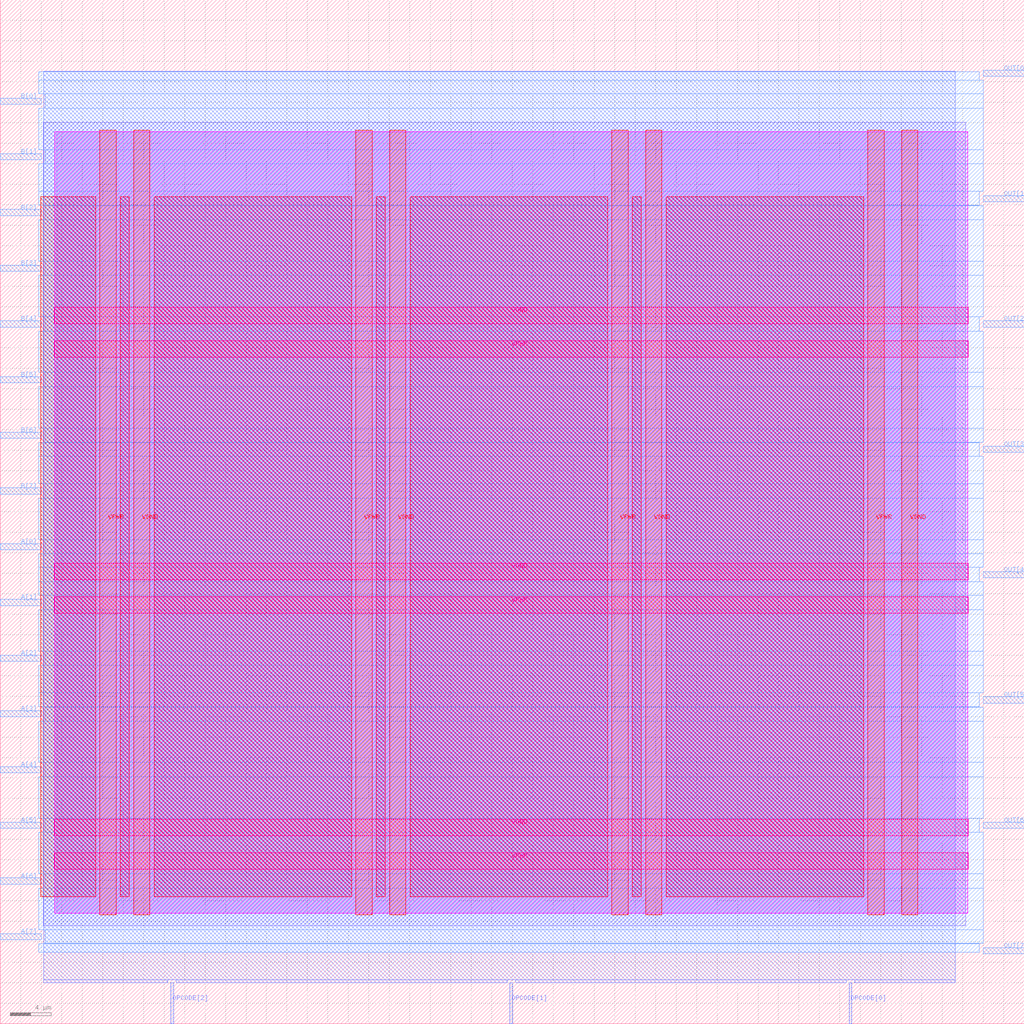
<source format=lef>
VERSION 5.7 ;
  NOWIREEXTENSIONATPIN ON ;
  DIVIDERCHAR "/" ;
  BUSBITCHARS "[]" ;
MACRO labwork2_src
  CLASS BLOCK ;
  FOREIGN labwork2_src ;
  ORIGIN 0.000 0.000 ;
  SIZE 100.000 BY 100.000 ;
  PIN A[0]
    DIRECTION INPUT ;
    USE SIGNAL ;
    ANTENNAGATEAREA 0.196500 ;
    PORT
      LAYER met3 ;
        RECT 0.000 46.280 4.000 46.880 ;
    END
  END A[0]
  PIN A[1]
    DIRECTION INPUT ;
    USE SIGNAL ;
    ANTENNAGATEAREA 0.213000 ;
    PORT
      LAYER met3 ;
        RECT 0.000 40.840 4.000 41.440 ;
    END
  END A[1]
  PIN A[2]
    DIRECTION INPUT ;
    USE SIGNAL ;
    ANTENNAGATEAREA 0.213000 ;
    PORT
      LAYER met3 ;
        RECT 0.000 35.400 4.000 36.000 ;
    END
  END A[2]
  PIN A[3]
    DIRECTION INPUT ;
    USE SIGNAL ;
    ANTENNAGATEAREA 0.159000 ;
    PORT
      LAYER met3 ;
        RECT 0.000 29.960 4.000 30.560 ;
    END
  END A[3]
  PIN A[4]
    DIRECTION INPUT ;
    USE SIGNAL ;
    ANTENNAGATEAREA 0.213000 ;
    PORT
      LAYER met3 ;
        RECT 0.000 24.520 4.000 25.120 ;
    END
  END A[4]
  PIN A[5]
    DIRECTION INPUT ;
    USE SIGNAL ;
    ANTENNAGATEAREA 0.159000 ;
    PORT
      LAYER met3 ;
        RECT 0.000 19.080 4.000 19.680 ;
    END
  END A[5]
  PIN A[6]
    DIRECTION INPUT ;
    USE SIGNAL ;
    ANTENNAGATEAREA 0.159000 ;
    PORT
      LAYER met3 ;
        RECT 0.000 13.640 4.000 14.240 ;
    END
  END A[6]
  PIN A[7]
    DIRECTION INPUT ;
    USE SIGNAL ;
    ANTENNAGATEAREA 0.159000 ;
    PORT
      LAYER met3 ;
        RECT 0.000 8.200 4.000 8.800 ;
    END
  END A[7]
  PIN B[0]
    DIRECTION INPUT ;
    USE SIGNAL ;
    ANTENNAGATEAREA 0.126000 ;
    PORT
      LAYER met3 ;
        RECT 0.000 89.800 4.000 90.400 ;
    END
  END B[0]
  PIN B[1]
    DIRECTION INPUT ;
    USE SIGNAL ;
    ANTENNAGATEAREA 0.213000 ;
    PORT
      LAYER met3 ;
        RECT 0.000 84.360 4.000 84.960 ;
    END
  END B[1]
  PIN B[2]
    DIRECTION INPUT ;
    USE SIGNAL ;
    ANTENNAGATEAREA 0.213000 ;
    PORT
      LAYER met3 ;
        RECT 0.000 78.920 4.000 79.520 ;
    END
  END B[2]
  PIN B[3]
    DIRECTION INPUT ;
    USE SIGNAL ;
    ANTENNAGATEAREA 0.213000 ;
    PORT
      LAYER met3 ;
        RECT 0.000 73.480 4.000 74.080 ;
    END
  END B[3]
  PIN B[4]
    DIRECTION INPUT ;
    USE SIGNAL ;
    ANTENNAGATEAREA 0.213000 ;
    PORT
      LAYER met3 ;
        RECT 0.000 68.040 4.000 68.640 ;
    END
  END B[4]
  PIN B[5]
    DIRECTION INPUT ;
    USE SIGNAL ;
    ANTENNAGATEAREA 0.159000 ;
    PORT
      LAYER met3 ;
        RECT 0.000 62.600 4.000 63.200 ;
    END
  END B[5]
  PIN B[6]
    DIRECTION INPUT ;
    USE SIGNAL ;
    ANTENNAGATEAREA 0.213000 ;
    PORT
      LAYER met3 ;
        RECT 0.000 57.160 4.000 57.760 ;
    END
  END B[6]
  PIN B[7]
    DIRECTION INPUT ;
    USE SIGNAL ;
    ANTENNAGATEAREA 0.213000 ;
    PORT
      LAYER met3 ;
        RECT 0.000 51.720 4.000 52.320 ;
    END
  END B[7]
  PIN OPCODE[0]
    DIRECTION INPUT ;
    USE SIGNAL ;
    ANTENNAGATEAREA 0.213000 ;
    PORT
      LAYER met2 ;
        RECT 82.890 0.000 83.170 4.000 ;
    END
  END OPCODE[0]
  PIN OPCODE[1]
    DIRECTION INPUT ;
    USE SIGNAL ;
    ANTENNAGATEAREA 0.213000 ;
    PORT
      LAYER met2 ;
        RECT 49.770 0.000 50.050 4.000 ;
    END
  END OPCODE[1]
  PIN OPCODE[2]
    DIRECTION INPUT ;
    USE SIGNAL ;
    ANTENNAGATEAREA 0.213000 ;
    PORT
      LAYER met2 ;
        RECT 16.650 0.000 16.930 4.000 ;
    END
  END OPCODE[2]
  PIN OUT[0]
    DIRECTION OUTPUT ;
    USE SIGNAL ;
    ANTENNADIFFAREA 0.445500 ;
    PORT
      LAYER met3 ;
        RECT 96.000 92.520 100.000 93.120 ;
    END
  END OUT[0]
  PIN OUT[1]
    DIRECTION OUTPUT ;
    USE SIGNAL ;
    ANTENNADIFFAREA 0.445500 ;
    PORT
      LAYER met3 ;
        RECT 96.000 80.280 100.000 80.880 ;
    END
  END OUT[1]
  PIN OUT[2]
    DIRECTION OUTPUT ;
    USE SIGNAL ;
    ANTENNADIFFAREA 0.445500 ;
    PORT
      LAYER met3 ;
        RECT 96.000 68.040 100.000 68.640 ;
    END
  END OUT[2]
  PIN OUT[3]
    DIRECTION OUTPUT ;
    USE SIGNAL ;
    ANTENNADIFFAREA 0.445500 ;
    PORT
      LAYER met3 ;
        RECT 96.000 55.800 100.000 56.400 ;
    END
  END OUT[3]
  PIN OUT[4]
    DIRECTION OUTPUT ;
    USE SIGNAL ;
    ANTENNADIFFAREA 0.445500 ;
    PORT
      LAYER met3 ;
        RECT 96.000 43.560 100.000 44.160 ;
    END
  END OUT[4]
  PIN OUT[5]
    DIRECTION OUTPUT ;
    USE SIGNAL ;
    ANTENNADIFFAREA 0.445500 ;
    PORT
      LAYER met3 ;
        RECT 96.000 31.320 100.000 31.920 ;
    END
  END OUT[5]
  PIN OUT[6]
    DIRECTION OUTPUT ;
    USE SIGNAL ;
    ANTENNADIFFAREA 0.445500 ;
    PORT
      LAYER met3 ;
        RECT 96.000 19.080 100.000 19.680 ;
    END
  END OUT[6]
  PIN OUT[7]
    DIRECTION OUTPUT ;
    USE SIGNAL ;
    ANTENNADIFFAREA 0.445500 ;
    PORT
      LAYER met3 ;
        RECT 96.000 6.840 100.000 7.440 ;
    END
  END OUT[7]
  PIN VGND
    DIRECTION INOUT ;
    USE GROUND ;
    PORT
      LAYER met4 ;
        RECT 13.020 10.640 14.620 87.280 ;
    END
    PORT
      LAYER met4 ;
        RECT 38.020 10.640 39.620 87.280 ;
    END
    PORT
      LAYER met4 ;
        RECT 63.020 10.640 64.620 87.280 ;
    END
    PORT
      LAYER met4 ;
        RECT 88.020 10.640 89.620 87.280 ;
    END
    PORT
      LAYER met5 ;
        RECT 5.280 18.380 94.540 19.980 ;
    END
    PORT
      LAYER met5 ;
        RECT 5.280 43.380 94.540 44.980 ;
    END
    PORT
      LAYER met5 ;
        RECT 5.280 68.380 94.540 69.980 ;
    END
  END VGND
  PIN VPWR
    DIRECTION INOUT ;
    USE POWER ;
    PORT
      LAYER met4 ;
        RECT 9.720 10.640 11.320 87.280 ;
    END
    PORT
      LAYER met4 ;
        RECT 34.720 10.640 36.320 87.280 ;
    END
    PORT
      LAYER met4 ;
        RECT 59.720 10.640 61.320 87.280 ;
    END
    PORT
      LAYER met4 ;
        RECT 84.720 10.640 86.320 87.280 ;
    END
    PORT
      LAYER met5 ;
        RECT 5.280 15.080 94.540 16.680 ;
    END
    PORT
      LAYER met5 ;
        RECT 5.280 40.080 94.540 41.680 ;
    END
    PORT
      LAYER met5 ;
        RECT 5.280 65.080 94.540 66.680 ;
    END
  END VPWR
  OBS
      LAYER nwell ;
        RECT 5.330 10.795 94.490 87.125 ;
      LAYER li1 ;
        RECT 5.520 10.795 94.300 87.125 ;
      LAYER met1 ;
        RECT 4.210 9.560 94.300 88.020 ;
      LAYER met2 ;
        RECT 4.230 4.280 93.280 93.005 ;
        RECT 4.230 4.000 16.370 4.280 ;
        RECT 17.210 4.000 49.490 4.280 ;
        RECT 50.330 4.000 82.610 4.280 ;
        RECT 83.450 4.000 93.280 4.280 ;
      LAYER met3 ;
        RECT 3.750 92.120 95.600 92.985 ;
        RECT 3.750 90.800 96.000 92.120 ;
        RECT 4.400 89.400 96.000 90.800 ;
        RECT 3.750 85.360 96.000 89.400 ;
        RECT 4.400 83.960 96.000 85.360 ;
        RECT 3.750 81.280 96.000 83.960 ;
        RECT 3.750 79.920 95.600 81.280 ;
        RECT 4.400 79.880 95.600 79.920 ;
        RECT 4.400 78.520 96.000 79.880 ;
        RECT 3.750 74.480 96.000 78.520 ;
        RECT 4.400 73.080 96.000 74.480 ;
        RECT 3.750 69.040 96.000 73.080 ;
        RECT 4.400 67.640 95.600 69.040 ;
        RECT 3.750 63.600 96.000 67.640 ;
        RECT 4.400 62.200 96.000 63.600 ;
        RECT 3.750 58.160 96.000 62.200 ;
        RECT 4.400 56.800 96.000 58.160 ;
        RECT 4.400 56.760 95.600 56.800 ;
        RECT 3.750 55.400 95.600 56.760 ;
        RECT 3.750 52.720 96.000 55.400 ;
        RECT 4.400 51.320 96.000 52.720 ;
        RECT 3.750 47.280 96.000 51.320 ;
        RECT 4.400 45.880 96.000 47.280 ;
        RECT 3.750 44.560 96.000 45.880 ;
        RECT 3.750 43.160 95.600 44.560 ;
        RECT 3.750 41.840 96.000 43.160 ;
        RECT 4.400 40.440 96.000 41.840 ;
        RECT 3.750 36.400 96.000 40.440 ;
        RECT 4.400 35.000 96.000 36.400 ;
        RECT 3.750 32.320 96.000 35.000 ;
        RECT 3.750 30.960 95.600 32.320 ;
        RECT 4.400 30.920 95.600 30.960 ;
        RECT 4.400 29.560 96.000 30.920 ;
        RECT 3.750 25.520 96.000 29.560 ;
        RECT 4.400 24.120 96.000 25.520 ;
        RECT 3.750 20.080 96.000 24.120 ;
        RECT 4.400 18.680 95.600 20.080 ;
        RECT 3.750 14.640 96.000 18.680 ;
        RECT 4.400 13.240 96.000 14.640 ;
        RECT 3.750 9.200 96.000 13.240 ;
        RECT 4.400 7.840 96.000 9.200 ;
        RECT 4.400 7.800 95.600 7.840 ;
        RECT 3.750 6.975 95.600 7.800 ;
      LAYER met4 ;
        RECT 3.975 12.415 9.320 80.745 ;
        RECT 11.720 12.415 12.620 80.745 ;
        RECT 15.020 12.415 34.320 80.745 ;
        RECT 36.720 12.415 37.620 80.745 ;
        RECT 40.020 12.415 59.320 80.745 ;
        RECT 61.720 12.415 62.620 80.745 ;
        RECT 65.020 12.415 84.320 80.745 ;
  END
END labwork2_src
END LIBRARY


</source>
